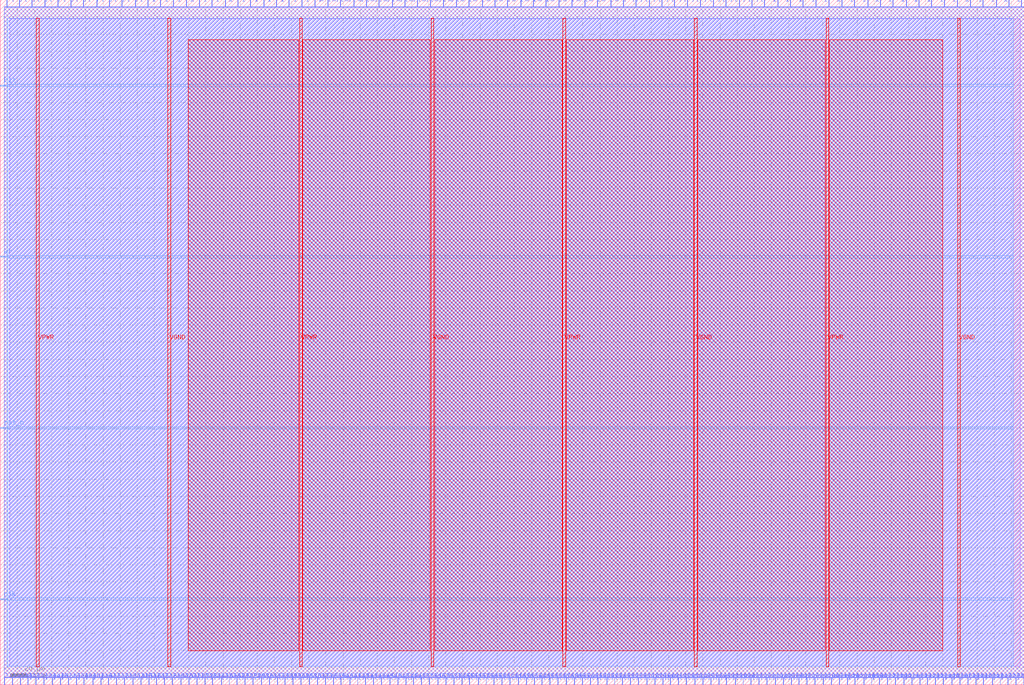
<source format=lef>
VERSION 5.7 ;
  NOWIREEXTENSIONATPIN ON ;
  DIVIDERCHAR "/" ;
  BUSBITCHARS "[]" ;
MACRO DMC_32x16HC
  CLASS BLOCK ;
  FOREIGN DMC_32x16HC ;
  ORIGIN 0.000 0.000 ;
  SIZE 597.470 BY 400.000 ;
  PIN A[0]
    DIRECTION INPUT ;
    USE SIGNAL ;
    PORT
      LAYER met2 ;
        RECT 3.770 396.000 4.050 400.000 ;
    END
  END A[0]
  PIN A[10]
    DIRECTION INPUT ;
    USE SIGNAL ;
    PORT
      LAYER met2 ;
        RECT 78.750 396.000 79.030 400.000 ;
    END
  END A[10]
  PIN A[11]
    DIRECTION INPUT ;
    USE SIGNAL ;
    PORT
      LAYER met2 ;
        RECT 86.110 396.000 86.390 400.000 ;
    END
  END A[11]
  PIN A[12]
    DIRECTION INPUT ;
    USE SIGNAL ;
    PORT
      LAYER met2 ;
        RECT 93.470 396.000 93.750 400.000 ;
    END
  END A[12]
  PIN A[13]
    DIRECTION INPUT ;
    USE SIGNAL ;
    PORT
      LAYER met2 ;
        RECT 100.830 396.000 101.110 400.000 ;
    END
  END A[13]
  PIN A[14]
    DIRECTION INPUT ;
    USE SIGNAL ;
    PORT
      LAYER met2 ;
        RECT 108.650 396.000 108.930 400.000 ;
    END
  END A[14]
  PIN A[15]
    DIRECTION INPUT ;
    USE SIGNAL ;
    PORT
      LAYER met2 ;
        RECT 116.010 396.000 116.290 400.000 ;
    END
  END A[15]
  PIN A[16]
    DIRECTION INPUT ;
    USE SIGNAL ;
    PORT
      LAYER met2 ;
        RECT 123.370 396.000 123.650 400.000 ;
    END
  END A[16]
  PIN A[17]
    DIRECTION INPUT ;
    USE SIGNAL ;
    PORT
      LAYER met2 ;
        RECT 131.190 396.000 131.470 400.000 ;
    END
  END A[17]
  PIN A[18]
    DIRECTION INPUT ;
    USE SIGNAL ;
    PORT
      LAYER met2 ;
        RECT 138.550 396.000 138.830 400.000 ;
    END
  END A[18]
  PIN A[19]
    DIRECTION INPUT ;
    USE SIGNAL ;
    PORT
      LAYER met2 ;
        RECT 145.910 396.000 146.190 400.000 ;
    END
  END A[19]
  PIN A[1]
    DIRECTION INPUT ;
    USE SIGNAL ;
    PORT
      LAYER met2 ;
        RECT 11.130 396.000 11.410 400.000 ;
    END
  END A[1]
  PIN A[20]
    DIRECTION INPUT ;
    USE SIGNAL ;
    PORT
      LAYER met2 ;
        RECT 153.730 396.000 154.010 400.000 ;
    END
  END A[20]
  PIN A[21]
    DIRECTION INPUT ;
    USE SIGNAL ;
    PORT
      LAYER met2 ;
        RECT 161.090 396.000 161.370 400.000 ;
    END
  END A[21]
  PIN A[22]
    DIRECTION INPUT ;
    USE SIGNAL ;
    PORT
      LAYER met2 ;
        RECT 168.450 396.000 168.730 400.000 ;
    END
  END A[22]
  PIN A[23]
    DIRECTION INPUT ;
    USE SIGNAL ;
    PORT
      LAYER met2 ;
        RECT 175.810 396.000 176.090 400.000 ;
    END
  END A[23]
  PIN A[2]
    DIRECTION INPUT ;
    USE SIGNAL ;
    PORT
      LAYER met2 ;
        RECT 18.490 396.000 18.770 400.000 ;
    END
  END A[2]
  PIN A[3]
    DIRECTION INPUT ;
    USE SIGNAL ;
    PORT
      LAYER met2 ;
        RECT 25.850 396.000 26.130 400.000 ;
    END
  END A[3]
  PIN A[4]
    DIRECTION INPUT ;
    USE SIGNAL ;
    PORT
      LAYER met2 ;
        RECT 33.670 396.000 33.950 400.000 ;
    END
  END A[4]
  PIN A[5]
    DIRECTION INPUT ;
    USE SIGNAL ;
    PORT
      LAYER met2 ;
        RECT 41.030 396.000 41.310 400.000 ;
    END
  END A[5]
  PIN A[6]
    DIRECTION INPUT ;
    USE SIGNAL ;
    PORT
      LAYER met2 ;
        RECT 48.390 396.000 48.670 400.000 ;
    END
  END A[6]
  PIN A[7]
    DIRECTION INPUT ;
    USE SIGNAL ;
    PORT
      LAYER met2 ;
        RECT 56.210 396.000 56.490 400.000 ;
    END
  END A[7]
  PIN A[8]
    DIRECTION INPUT ;
    USE SIGNAL ;
    PORT
      LAYER met2 ;
        RECT 63.570 396.000 63.850 400.000 ;
    END
  END A[8]
  PIN A[9]
    DIRECTION INPUT ;
    USE SIGNAL ;
    PORT
      LAYER met2 ;
        RECT 70.930 396.000 71.210 400.000 ;
    END
  END A[9]
  PIN A_h[0]
    DIRECTION INPUT ;
    USE SIGNAL ;
    PORT
      LAYER met2 ;
        RECT 183.630 396.000 183.910 400.000 ;
    END
  END A_h[0]
  PIN A_h[10]
    DIRECTION INPUT ;
    USE SIGNAL ;
    PORT
      LAYER met2 ;
        RECT 258.610 396.000 258.890 400.000 ;
    END
  END A_h[10]
  PIN A_h[11]
    DIRECTION INPUT ;
    USE SIGNAL ;
    PORT
      LAYER met2 ;
        RECT 265.970 396.000 266.250 400.000 ;
    END
  END A_h[11]
  PIN A_h[12]
    DIRECTION INPUT ;
    USE SIGNAL ;
    PORT
      LAYER met2 ;
        RECT 273.330 396.000 273.610 400.000 ;
    END
  END A_h[12]
  PIN A_h[13]
    DIRECTION INPUT ;
    USE SIGNAL ;
    PORT
      LAYER met2 ;
        RECT 281.150 396.000 281.430 400.000 ;
    END
  END A_h[13]
  PIN A_h[14]
    DIRECTION INPUT ;
    USE SIGNAL ;
    PORT
      LAYER met2 ;
        RECT 288.510 396.000 288.790 400.000 ;
    END
  END A_h[14]
  PIN A_h[15]
    DIRECTION INPUT ;
    USE SIGNAL ;
    PORT
      LAYER met2 ;
        RECT 295.870 396.000 296.150 400.000 ;
    END
  END A_h[15]
  PIN A_h[16]
    DIRECTION INPUT ;
    USE SIGNAL ;
    PORT
      LAYER met2 ;
        RECT 303.690 396.000 303.970 400.000 ;
    END
  END A_h[16]
  PIN A_h[17]
    DIRECTION INPUT ;
    USE SIGNAL ;
    PORT
      LAYER met2 ;
        RECT 311.050 396.000 311.330 400.000 ;
    END
  END A_h[17]
  PIN A_h[18]
    DIRECTION INPUT ;
    USE SIGNAL ;
    PORT
      LAYER met2 ;
        RECT 318.410 396.000 318.690 400.000 ;
    END
  END A_h[18]
  PIN A_h[19]
    DIRECTION INPUT ;
    USE SIGNAL ;
    PORT
      LAYER met2 ;
        RECT 325.770 396.000 326.050 400.000 ;
    END
  END A_h[19]
  PIN A_h[1]
    DIRECTION INPUT ;
    USE SIGNAL ;
    PORT
      LAYER met2 ;
        RECT 190.990 396.000 191.270 400.000 ;
    END
  END A_h[1]
  PIN A_h[20]
    DIRECTION INPUT ;
    USE SIGNAL ;
    PORT
      LAYER met2 ;
        RECT 333.590 396.000 333.870 400.000 ;
    END
  END A_h[20]
  PIN A_h[21]
    DIRECTION INPUT ;
    USE SIGNAL ;
    PORT
      LAYER met2 ;
        RECT 340.950 396.000 341.230 400.000 ;
    END
  END A_h[21]
  PIN A_h[22]
    DIRECTION INPUT ;
    USE SIGNAL ;
    PORT
      LAYER met2 ;
        RECT 348.310 396.000 348.590 400.000 ;
    END
  END A_h[22]
  PIN A_h[23]
    DIRECTION INPUT ;
    USE SIGNAL ;
    PORT
      LAYER met2 ;
        RECT 356.130 396.000 356.410 400.000 ;
    END
  END A_h[23]
  PIN A_h[2]
    DIRECTION INPUT ;
    USE SIGNAL ;
    PORT
      LAYER met2 ;
        RECT 198.350 396.000 198.630 400.000 ;
    END
  END A_h[2]
  PIN A_h[3]
    DIRECTION INPUT ;
    USE SIGNAL ;
    PORT
      LAYER met2 ;
        RECT 206.170 396.000 206.450 400.000 ;
    END
  END A_h[3]
  PIN A_h[4]
    DIRECTION INPUT ;
    USE SIGNAL ;
    PORT
      LAYER met2 ;
        RECT 213.530 396.000 213.810 400.000 ;
    END
  END A_h[4]
  PIN A_h[5]
    DIRECTION INPUT ;
    USE SIGNAL ;
    PORT
      LAYER met2 ;
        RECT 220.890 396.000 221.170 400.000 ;
    END
  END A_h[5]
  PIN A_h[6]
    DIRECTION INPUT ;
    USE SIGNAL ;
    PORT
      LAYER met2 ;
        RECT 228.710 396.000 228.990 400.000 ;
    END
  END A_h[6]
  PIN A_h[7]
    DIRECTION INPUT ;
    USE SIGNAL ;
    PORT
      LAYER met2 ;
        RECT 236.070 396.000 236.350 400.000 ;
    END
  END A_h[7]
  PIN A_h[8]
    DIRECTION INPUT ;
    USE SIGNAL ;
    PORT
      LAYER met2 ;
        RECT 243.430 396.000 243.710 400.000 ;
    END
  END A_h[8]
  PIN A_h[9]
    DIRECTION INPUT ;
    USE SIGNAL ;
    PORT
      LAYER met2 ;
        RECT 250.790 396.000 251.070 400.000 ;
    END
  END A_h[9]
  PIN Do[0]
    DIRECTION OUTPUT TRISTATE ;
    USE SIGNAL ;
    PORT
      LAYER met2 ;
        RECT 363.490 396.000 363.770 400.000 ;
    END
  END Do[0]
  PIN Do[10]
    DIRECTION OUTPUT TRISTATE ;
    USE SIGNAL ;
    PORT
      LAYER met2 ;
        RECT 438.470 396.000 438.750 400.000 ;
    END
  END Do[10]
  PIN Do[11]
    DIRECTION OUTPUT TRISTATE ;
    USE SIGNAL ;
    PORT
      LAYER met2 ;
        RECT 445.830 396.000 446.110 400.000 ;
    END
  END Do[11]
  PIN Do[12]
    DIRECTION OUTPUT TRISTATE ;
    USE SIGNAL ;
    PORT
      LAYER met2 ;
        RECT 453.650 396.000 453.930 400.000 ;
    END
  END Do[12]
  PIN Do[13]
    DIRECTION OUTPUT TRISTATE ;
    USE SIGNAL ;
    PORT
      LAYER met2 ;
        RECT 461.010 396.000 461.290 400.000 ;
    END
  END Do[13]
  PIN Do[14]
    DIRECTION OUTPUT TRISTATE ;
    USE SIGNAL ;
    PORT
      LAYER met2 ;
        RECT 468.370 396.000 468.650 400.000 ;
    END
  END Do[14]
  PIN Do[15]
    DIRECTION OUTPUT TRISTATE ;
    USE SIGNAL ;
    PORT
      LAYER met2 ;
        RECT 475.730 396.000 476.010 400.000 ;
    END
  END Do[15]
  PIN Do[16]
    DIRECTION OUTPUT TRISTATE ;
    USE SIGNAL ;
    PORT
      LAYER met2 ;
        RECT 483.550 396.000 483.830 400.000 ;
    END
  END Do[16]
  PIN Do[17]
    DIRECTION OUTPUT TRISTATE ;
    USE SIGNAL ;
    PORT
      LAYER met2 ;
        RECT 490.910 396.000 491.190 400.000 ;
    END
  END Do[17]
  PIN Do[18]
    DIRECTION OUTPUT TRISTATE ;
    USE SIGNAL ;
    PORT
      LAYER met2 ;
        RECT 498.270 396.000 498.550 400.000 ;
    END
  END Do[18]
  PIN Do[19]
    DIRECTION OUTPUT TRISTATE ;
    USE SIGNAL ;
    PORT
      LAYER met2 ;
        RECT 506.090 396.000 506.370 400.000 ;
    END
  END Do[19]
  PIN Do[1]
    DIRECTION OUTPUT TRISTATE ;
    USE SIGNAL ;
    PORT
      LAYER met2 ;
        RECT 370.850 396.000 371.130 400.000 ;
    END
  END Do[1]
  PIN Do[20]
    DIRECTION OUTPUT TRISTATE ;
    USE SIGNAL ;
    PORT
      LAYER met2 ;
        RECT 513.450 396.000 513.730 400.000 ;
    END
  END Do[20]
  PIN Do[21]
    DIRECTION OUTPUT TRISTATE ;
    USE SIGNAL ;
    PORT
      LAYER met2 ;
        RECT 520.810 396.000 521.090 400.000 ;
    END
  END Do[21]
  PIN Do[22]
    DIRECTION OUTPUT TRISTATE ;
    USE SIGNAL ;
    PORT
      LAYER met2 ;
        RECT 528.630 396.000 528.910 400.000 ;
    END
  END Do[22]
  PIN Do[23]
    DIRECTION OUTPUT TRISTATE ;
    USE SIGNAL ;
    PORT
      LAYER met2 ;
        RECT 535.990 396.000 536.270 400.000 ;
    END
  END Do[23]
  PIN Do[24]
    DIRECTION OUTPUT TRISTATE ;
    USE SIGNAL ;
    PORT
      LAYER met2 ;
        RECT 543.350 396.000 543.630 400.000 ;
    END
  END Do[24]
  PIN Do[25]
    DIRECTION OUTPUT TRISTATE ;
    USE SIGNAL ;
    PORT
      LAYER met2 ;
        RECT 550.710 396.000 550.990 400.000 ;
    END
  END Do[25]
  PIN Do[26]
    DIRECTION OUTPUT TRISTATE ;
    USE SIGNAL ;
    PORT
      LAYER met2 ;
        RECT 558.530 396.000 558.810 400.000 ;
    END
  END Do[26]
  PIN Do[27]
    DIRECTION OUTPUT TRISTATE ;
    USE SIGNAL ;
    PORT
      LAYER met2 ;
        RECT 565.890 396.000 566.170 400.000 ;
    END
  END Do[27]
  PIN Do[28]
    DIRECTION OUTPUT TRISTATE ;
    USE SIGNAL ;
    PORT
      LAYER met2 ;
        RECT 573.250 396.000 573.530 400.000 ;
    END
  END Do[28]
  PIN Do[29]
    DIRECTION OUTPUT TRISTATE ;
    USE SIGNAL ;
    PORT
      LAYER met2 ;
        RECT 581.070 396.000 581.350 400.000 ;
    END
  END Do[29]
  PIN Do[2]
    DIRECTION OUTPUT TRISTATE ;
    USE SIGNAL ;
    PORT
      LAYER met2 ;
        RECT 378.670 396.000 378.950 400.000 ;
    END
  END Do[2]
  PIN Do[30]
    DIRECTION OUTPUT TRISTATE ;
    USE SIGNAL ;
    PORT
      LAYER met2 ;
        RECT 588.430 396.000 588.710 400.000 ;
    END
  END Do[30]
  PIN Do[31]
    DIRECTION OUTPUT TRISTATE ;
    USE SIGNAL ;
    PORT
      LAYER met2 ;
        RECT 595.790 396.000 596.070 400.000 ;
    END
  END Do[31]
  PIN Do[3]
    DIRECTION OUTPUT TRISTATE ;
    USE SIGNAL ;
    PORT
      LAYER met2 ;
        RECT 386.030 396.000 386.310 400.000 ;
    END
  END Do[3]
  PIN Do[4]
    DIRECTION OUTPUT TRISTATE ;
    USE SIGNAL ;
    PORT
      LAYER met2 ;
        RECT 393.390 396.000 393.670 400.000 ;
    END
  END Do[4]
  PIN Do[5]
    DIRECTION OUTPUT TRISTATE ;
    USE SIGNAL ;
    PORT
      LAYER met2 ;
        RECT 400.750 396.000 401.030 400.000 ;
    END
  END Do[5]
  PIN Do[6]
    DIRECTION OUTPUT TRISTATE ;
    USE SIGNAL ;
    PORT
      LAYER met2 ;
        RECT 408.570 396.000 408.850 400.000 ;
    END
  END Do[6]
  PIN Do[7]
    DIRECTION OUTPUT TRISTATE ;
    USE SIGNAL ;
    PORT
      LAYER met2 ;
        RECT 415.930 396.000 416.210 400.000 ;
    END
  END Do[7]
  PIN Do[8]
    DIRECTION OUTPUT TRISTATE ;
    USE SIGNAL ;
    PORT
      LAYER met2 ;
        RECT 423.290 396.000 423.570 400.000 ;
    END
  END Do[8]
  PIN Do[9]
    DIRECTION OUTPUT TRISTATE ;
    USE SIGNAL ;
    PORT
      LAYER met2 ;
        RECT 431.110 396.000 431.390 400.000 ;
    END
  END Do[9]
  PIN clk
    DIRECTION INPUT ;
    USE SIGNAL ;
    PORT
      LAYER met3 ;
        RECT 0.000 49.680 4.000 50.280 ;
    END
  END clk
  PIN hit
    DIRECTION OUTPUT TRISTATE ;
    USE SIGNAL ;
    PORT
      LAYER met3 ;
        RECT 0.000 349.560 4.000 350.160 ;
    END
  END hit
  PIN line[0]
    DIRECTION INPUT ;
    USE SIGNAL ;
    PORT
      LAYER met2 ;
        RECT 2.390 0.000 2.670 4.000 ;
    END
  END line[0]
  PIN line[100]
    DIRECTION INPUT ;
    USE SIGNAL ;
    PORT
      LAYER met2 ;
        RECT 470.670 0.000 470.950 4.000 ;
    END
  END line[100]
  PIN line[101]
    DIRECTION INPUT ;
    USE SIGNAL ;
    PORT
      LAYER met2 ;
        RECT 475.270 0.000 475.550 4.000 ;
    END
  END line[101]
  PIN line[102]
    DIRECTION INPUT ;
    USE SIGNAL ;
    PORT
      LAYER met2 ;
        RECT 480.330 0.000 480.610 4.000 ;
    END
  END line[102]
  PIN line[103]
    DIRECTION INPUT ;
    USE SIGNAL ;
    PORT
      LAYER met2 ;
        RECT 484.930 0.000 485.210 4.000 ;
    END
  END line[103]
  PIN line[104]
    DIRECTION INPUT ;
    USE SIGNAL ;
    PORT
      LAYER met2 ;
        RECT 489.530 0.000 489.810 4.000 ;
    END
  END line[104]
  PIN line[105]
    DIRECTION INPUT ;
    USE SIGNAL ;
    PORT
      LAYER met2 ;
        RECT 494.130 0.000 494.410 4.000 ;
    END
  END line[105]
  PIN line[106]
    DIRECTION INPUT ;
    USE SIGNAL ;
    PORT
      LAYER met2 ;
        RECT 498.730 0.000 499.010 4.000 ;
    END
  END line[106]
  PIN line[107]
    DIRECTION INPUT ;
    USE SIGNAL ;
    PORT
      LAYER met2 ;
        RECT 503.790 0.000 504.070 4.000 ;
    END
  END line[107]
  PIN line[108]
    DIRECTION INPUT ;
    USE SIGNAL ;
    PORT
      LAYER met2 ;
        RECT 508.390 0.000 508.670 4.000 ;
    END
  END line[108]
  PIN line[109]
    DIRECTION INPUT ;
    USE SIGNAL ;
    PORT
      LAYER met2 ;
        RECT 512.990 0.000 513.270 4.000 ;
    END
  END line[109]
  PIN line[10]
    DIRECTION INPUT ;
    USE SIGNAL ;
    PORT
      LAYER met2 ;
        RECT 48.850 0.000 49.130 4.000 ;
    END
  END line[10]
  PIN line[110]
    DIRECTION INPUT ;
    USE SIGNAL ;
    PORT
      LAYER met2 ;
        RECT 517.590 0.000 517.870 4.000 ;
    END
  END line[110]
  PIN line[111]
    DIRECTION INPUT ;
    USE SIGNAL ;
    PORT
      LAYER met2 ;
        RECT 522.190 0.000 522.470 4.000 ;
    END
  END line[111]
  PIN line[112]
    DIRECTION INPUT ;
    USE SIGNAL ;
    PORT
      LAYER met2 ;
        RECT 527.250 0.000 527.530 4.000 ;
    END
  END line[112]
  PIN line[113]
    DIRECTION INPUT ;
    USE SIGNAL ;
    PORT
      LAYER met2 ;
        RECT 531.850 0.000 532.130 4.000 ;
    END
  END line[113]
  PIN line[114]
    DIRECTION INPUT ;
    USE SIGNAL ;
    PORT
      LAYER met2 ;
        RECT 536.450 0.000 536.730 4.000 ;
    END
  END line[114]
  PIN line[115]
    DIRECTION INPUT ;
    USE SIGNAL ;
    PORT
      LAYER met2 ;
        RECT 541.050 0.000 541.330 4.000 ;
    END
  END line[115]
  PIN line[116]
    DIRECTION INPUT ;
    USE SIGNAL ;
    PORT
      LAYER met2 ;
        RECT 545.650 0.000 545.930 4.000 ;
    END
  END line[116]
  PIN line[117]
    DIRECTION INPUT ;
    USE SIGNAL ;
    PORT
      LAYER met2 ;
        RECT 550.250 0.000 550.530 4.000 ;
    END
  END line[117]
  PIN line[118]
    DIRECTION INPUT ;
    USE SIGNAL ;
    PORT
      LAYER met2 ;
        RECT 555.310 0.000 555.590 4.000 ;
    END
  END line[118]
  PIN line[119]
    DIRECTION INPUT ;
    USE SIGNAL ;
    PORT
      LAYER met2 ;
        RECT 559.910 0.000 560.190 4.000 ;
    END
  END line[119]
  PIN line[11]
    DIRECTION INPUT ;
    USE SIGNAL ;
    PORT
      LAYER met2 ;
        RECT 53.910 0.000 54.190 4.000 ;
    END
  END line[11]
  PIN line[120]
    DIRECTION INPUT ;
    USE SIGNAL ;
    PORT
      LAYER met2 ;
        RECT 564.510 0.000 564.790 4.000 ;
    END
  END line[120]
  PIN line[121]
    DIRECTION INPUT ;
    USE SIGNAL ;
    PORT
      LAYER met2 ;
        RECT 569.110 0.000 569.390 4.000 ;
    END
  END line[121]
  PIN line[122]
    DIRECTION INPUT ;
    USE SIGNAL ;
    PORT
      LAYER met2 ;
        RECT 573.710 0.000 573.990 4.000 ;
    END
  END line[122]
  PIN line[123]
    DIRECTION INPUT ;
    USE SIGNAL ;
    PORT
      LAYER met2 ;
        RECT 578.770 0.000 579.050 4.000 ;
    END
  END line[123]
  PIN line[124]
    DIRECTION INPUT ;
    USE SIGNAL ;
    PORT
      LAYER met2 ;
        RECT 583.370 0.000 583.650 4.000 ;
    END
  END line[124]
  PIN line[125]
    DIRECTION INPUT ;
    USE SIGNAL ;
    PORT
      LAYER met2 ;
        RECT 587.970 0.000 588.250 4.000 ;
    END
  END line[125]
  PIN line[126]
    DIRECTION INPUT ;
    USE SIGNAL ;
    PORT
      LAYER met2 ;
        RECT 592.570 0.000 592.850 4.000 ;
    END
  END line[126]
  PIN line[127]
    DIRECTION INPUT ;
    USE SIGNAL ;
    PORT
      LAYER met2 ;
        RECT 597.170 0.000 597.450 4.000 ;
    END
  END line[127]
  PIN line[12]
    DIRECTION INPUT ;
    USE SIGNAL ;
    PORT
      LAYER met2 ;
        RECT 58.510 0.000 58.790 4.000 ;
    END
  END line[12]
  PIN line[13]
    DIRECTION INPUT ;
    USE SIGNAL ;
    PORT
      LAYER met2 ;
        RECT 63.110 0.000 63.390 4.000 ;
    END
  END line[13]
  PIN line[14]
    DIRECTION INPUT ;
    USE SIGNAL ;
    PORT
      LAYER met2 ;
        RECT 67.710 0.000 67.990 4.000 ;
    END
  END line[14]
  PIN line[15]
    DIRECTION INPUT ;
    USE SIGNAL ;
    PORT
      LAYER met2 ;
        RECT 72.310 0.000 72.590 4.000 ;
    END
  END line[15]
  PIN line[16]
    DIRECTION INPUT ;
    USE SIGNAL ;
    PORT
      LAYER met2 ;
        RECT 77.370 0.000 77.650 4.000 ;
    END
  END line[16]
  PIN line[17]
    DIRECTION INPUT ;
    USE SIGNAL ;
    PORT
      LAYER met2 ;
        RECT 81.970 0.000 82.250 4.000 ;
    END
  END line[17]
  PIN line[18]
    DIRECTION INPUT ;
    USE SIGNAL ;
    PORT
      LAYER met2 ;
        RECT 86.570 0.000 86.850 4.000 ;
    END
  END line[18]
  PIN line[19]
    DIRECTION INPUT ;
    USE SIGNAL ;
    PORT
      LAYER met2 ;
        RECT 91.170 0.000 91.450 4.000 ;
    END
  END line[19]
  PIN line[1]
    DIRECTION INPUT ;
    USE SIGNAL ;
    PORT
      LAYER met2 ;
        RECT 6.990 0.000 7.270 4.000 ;
    END
  END line[1]
  PIN line[20]
    DIRECTION INPUT ;
    USE SIGNAL ;
    PORT
      LAYER met2 ;
        RECT 95.770 0.000 96.050 4.000 ;
    END
  END line[20]
  PIN line[21]
    DIRECTION INPUT ;
    USE SIGNAL ;
    PORT
      LAYER met2 ;
        RECT 100.370 0.000 100.650 4.000 ;
    END
  END line[21]
  PIN line[22]
    DIRECTION INPUT ;
    USE SIGNAL ;
    PORT
      LAYER met2 ;
        RECT 105.430 0.000 105.710 4.000 ;
    END
  END line[22]
  PIN line[23]
    DIRECTION INPUT ;
    USE SIGNAL ;
    PORT
      LAYER met2 ;
        RECT 110.030 0.000 110.310 4.000 ;
    END
  END line[23]
  PIN line[24]
    DIRECTION INPUT ;
    USE SIGNAL ;
    PORT
      LAYER met2 ;
        RECT 114.630 0.000 114.910 4.000 ;
    END
  END line[24]
  PIN line[25]
    DIRECTION INPUT ;
    USE SIGNAL ;
    PORT
      LAYER met2 ;
        RECT 119.230 0.000 119.510 4.000 ;
    END
  END line[25]
  PIN line[26]
    DIRECTION INPUT ;
    USE SIGNAL ;
    PORT
      LAYER met2 ;
        RECT 123.830 0.000 124.110 4.000 ;
    END
  END line[26]
  PIN line[27]
    DIRECTION INPUT ;
    USE SIGNAL ;
    PORT
      LAYER met2 ;
        RECT 128.890 0.000 129.170 4.000 ;
    END
  END line[27]
  PIN line[28]
    DIRECTION INPUT ;
    USE SIGNAL ;
    PORT
      LAYER met2 ;
        RECT 133.490 0.000 133.770 4.000 ;
    END
  END line[28]
  PIN line[29]
    DIRECTION INPUT ;
    USE SIGNAL ;
    PORT
      LAYER met2 ;
        RECT 138.090 0.000 138.370 4.000 ;
    END
  END line[29]
  PIN line[2]
    DIRECTION INPUT ;
    USE SIGNAL ;
    PORT
      LAYER met2 ;
        RECT 11.590 0.000 11.870 4.000 ;
    END
  END line[2]
  PIN line[30]
    DIRECTION INPUT ;
    USE SIGNAL ;
    PORT
      LAYER met2 ;
        RECT 142.690 0.000 142.970 4.000 ;
    END
  END line[30]
  PIN line[31]
    DIRECTION INPUT ;
    USE SIGNAL ;
    PORT
      LAYER met2 ;
        RECT 147.290 0.000 147.570 4.000 ;
    END
  END line[31]
  PIN line[32]
    DIRECTION INPUT ;
    USE SIGNAL ;
    PORT
      LAYER met2 ;
        RECT 152.350 0.000 152.630 4.000 ;
    END
  END line[32]
  PIN line[33]
    DIRECTION INPUT ;
    USE SIGNAL ;
    PORT
      LAYER met2 ;
        RECT 156.950 0.000 157.230 4.000 ;
    END
  END line[33]
  PIN line[34]
    DIRECTION INPUT ;
    USE SIGNAL ;
    PORT
      LAYER met2 ;
        RECT 161.550 0.000 161.830 4.000 ;
    END
  END line[34]
  PIN line[35]
    DIRECTION INPUT ;
    USE SIGNAL ;
    PORT
      LAYER met2 ;
        RECT 166.150 0.000 166.430 4.000 ;
    END
  END line[35]
  PIN line[36]
    DIRECTION INPUT ;
    USE SIGNAL ;
    PORT
      LAYER met2 ;
        RECT 170.750 0.000 171.030 4.000 ;
    END
  END line[36]
  PIN line[37]
    DIRECTION INPUT ;
    USE SIGNAL ;
    PORT
      LAYER met2 ;
        RECT 175.350 0.000 175.630 4.000 ;
    END
  END line[37]
  PIN line[38]
    DIRECTION INPUT ;
    USE SIGNAL ;
    PORT
      LAYER met2 ;
        RECT 180.410 0.000 180.690 4.000 ;
    END
  END line[38]
  PIN line[39]
    DIRECTION INPUT ;
    USE SIGNAL ;
    PORT
      LAYER met2 ;
        RECT 185.010 0.000 185.290 4.000 ;
    END
  END line[39]
  PIN line[3]
    DIRECTION INPUT ;
    USE SIGNAL ;
    PORT
      LAYER met2 ;
        RECT 16.190 0.000 16.470 4.000 ;
    END
  END line[3]
  PIN line[40]
    DIRECTION INPUT ;
    USE SIGNAL ;
    PORT
      LAYER met2 ;
        RECT 189.610 0.000 189.890 4.000 ;
    END
  END line[40]
  PIN line[41]
    DIRECTION INPUT ;
    USE SIGNAL ;
    PORT
      LAYER met2 ;
        RECT 194.210 0.000 194.490 4.000 ;
    END
  END line[41]
  PIN line[42]
    DIRECTION INPUT ;
    USE SIGNAL ;
    PORT
      LAYER met2 ;
        RECT 198.810 0.000 199.090 4.000 ;
    END
  END line[42]
  PIN line[43]
    DIRECTION INPUT ;
    USE SIGNAL ;
    PORT
      LAYER met2 ;
        RECT 203.870 0.000 204.150 4.000 ;
    END
  END line[43]
  PIN line[44]
    DIRECTION INPUT ;
    USE SIGNAL ;
    PORT
      LAYER met2 ;
        RECT 208.470 0.000 208.750 4.000 ;
    END
  END line[44]
  PIN line[45]
    DIRECTION INPUT ;
    USE SIGNAL ;
    PORT
      LAYER met2 ;
        RECT 213.070 0.000 213.350 4.000 ;
    END
  END line[45]
  PIN line[46]
    DIRECTION INPUT ;
    USE SIGNAL ;
    PORT
      LAYER met2 ;
        RECT 217.670 0.000 217.950 4.000 ;
    END
  END line[46]
  PIN line[47]
    DIRECTION INPUT ;
    USE SIGNAL ;
    PORT
      LAYER met2 ;
        RECT 222.270 0.000 222.550 4.000 ;
    END
  END line[47]
  PIN line[48]
    DIRECTION INPUT ;
    USE SIGNAL ;
    PORT
      LAYER met2 ;
        RECT 227.330 0.000 227.610 4.000 ;
    END
  END line[48]
  PIN line[49]
    DIRECTION INPUT ;
    USE SIGNAL ;
    PORT
      LAYER met2 ;
        RECT 231.930 0.000 232.210 4.000 ;
    END
  END line[49]
  PIN line[4]
    DIRECTION INPUT ;
    USE SIGNAL ;
    PORT
      LAYER met2 ;
        RECT 20.790 0.000 21.070 4.000 ;
    END
  END line[4]
  PIN line[50]
    DIRECTION INPUT ;
    USE SIGNAL ;
    PORT
      LAYER met2 ;
        RECT 236.530 0.000 236.810 4.000 ;
    END
  END line[50]
  PIN line[51]
    DIRECTION INPUT ;
    USE SIGNAL ;
    PORT
      LAYER met2 ;
        RECT 241.130 0.000 241.410 4.000 ;
    END
  END line[51]
  PIN line[52]
    DIRECTION INPUT ;
    USE SIGNAL ;
    PORT
      LAYER met2 ;
        RECT 245.730 0.000 246.010 4.000 ;
    END
  END line[52]
  PIN line[53]
    DIRECTION INPUT ;
    USE SIGNAL ;
    PORT
      LAYER met2 ;
        RECT 250.330 0.000 250.610 4.000 ;
    END
  END line[53]
  PIN line[54]
    DIRECTION INPUT ;
    USE SIGNAL ;
    PORT
      LAYER met2 ;
        RECT 255.390 0.000 255.670 4.000 ;
    END
  END line[54]
  PIN line[55]
    DIRECTION INPUT ;
    USE SIGNAL ;
    PORT
      LAYER met2 ;
        RECT 259.990 0.000 260.270 4.000 ;
    END
  END line[55]
  PIN line[56]
    DIRECTION INPUT ;
    USE SIGNAL ;
    PORT
      LAYER met2 ;
        RECT 264.590 0.000 264.870 4.000 ;
    END
  END line[56]
  PIN line[57]
    DIRECTION INPUT ;
    USE SIGNAL ;
    PORT
      LAYER met2 ;
        RECT 269.190 0.000 269.470 4.000 ;
    END
  END line[57]
  PIN line[58]
    DIRECTION INPUT ;
    USE SIGNAL ;
    PORT
      LAYER met2 ;
        RECT 273.790 0.000 274.070 4.000 ;
    END
  END line[58]
  PIN line[59]
    DIRECTION INPUT ;
    USE SIGNAL ;
    PORT
      LAYER met2 ;
        RECT 278.850 0.000 279.130 4.000 ;
    END
  END line[59]
  PIN line[5]
    DIRECTION INPUT ;
    USE SIGNAL ;
    PORT
      LAYER met2 ;
        RECT 25.390 0.000 25.670 4.000 ;
    END
  END line[5]
  PIN line[60]
    DIRECTION INPUT ;
    USE SIGNAL ;
    PORT
      LAYER met2 ;
        RECT 283.450 0.000 283.730 4.000 ;
    END
  END line[60]
  PIN line[61]
    DIRECTION INPUT ;
    USE SIGNAL ;
    PORT
      LAYER met2 ;
        RECT 288.050 0.000 288.330 4.000 ;
    END
  END line[61]
  PIN line[62]
    DIRECTION INPUT ;
    USE SIGNAL ;
    PORT
      LAYER met2 ;
        RECT 292.650 0.000 292.930 4.000 ;
    END
  END line[62]
  PIN line[63]
    DIRECTION INPUT ;
    USE SIGNAL ;
    PORT
      LAYER met2 ;
        RECT 297.250 0.000 297.530 4.000 ;
    END
  END line[63]
  PIN line[64]
    DIRECTION INPUT ;
    USE SIGNAL ;
    PORT
      LAYER met2 ;
        RECT 302.310 0.000 302.590 4.000 ;
    END
  END line[64]
  PIN line[65]
    DIRECTION INPUT ;
    USE SIGNAL ;
    PORT
      LAYER met2 ;
        RECT 306.910 0.000 307.190 4.000 ;
    END
  END line[65]
  PIN line[66]
    DIRECTION INPUT ;
    USE SIGNAL ;
    PORT
      LAYER met2 ;
        RECT 311.510 0.000 311.790 4.000 ;
    END
  END line[66]
  PIN line[67]
    DIRECTION INPUT ;
    USE SIGNAL ;
    PORT
      LAYER met2 ;
        RECT 316.110 0.000 316.390 4.000 ;
    END
  END line[67]
  PIN line[68]
    DIRECTION INPUT ;
    USE SIGNAL ;
    PORT
      LAYER met2 ;
        RECT 320.710 0.000 320.990 4.000 ;
    END
  END line[68]
  PIN line[69]
    DIRECTION INPUT ;
    USE SIGNAL ;
    PORT
      LAYER met2 ;
        RECT 325.310 0.000 325.590 4.000 ;
    END
  END line[69]
  PIN line[6]
    DIRECTION INPUT ;
    USE SIGNAL ;
    PORT
      LAYER met2 ;
        RECT 30.450 0.000 30.730 4.000 ;
    END
  END line[6]
  PIN line[70]
    DIRECTION INPUT ;
    USE SIGNAL ;
    PORT
      LAYER met2 ;
        RECT 330.370 0.000 330.650 4.000 ;
    END
  END line[70]
  PIN line[71]
    DIRECTION INPUT ;
    USE SIGNAL ;
    PORT
      LAYER met2 ;
        RECT 334.970 0.000 335.250 4.000 ;
    END
  END line[71]
  PIN line[72]
    DIRECTION INPUT ;
    USE SIGNAL ;
    PORT
      LAYER met2 ;
        RECT 339.570 0.000 339.850 4.000 ;
    END
  END line[72]
  PIN line[73]
    DIRECTION INPUT ;
    USE SIGNAL ;
    PORT
      LAYER met2 ;
        RECT 344.170 0.000 344.450 4.000 ;
    END
  END line[73]
  PIN line[74]
    DIRECTION INPUT ;
    USE SIGNAL ;
    PORT
      LAYER met2 ;
        RECT 348.770 0.000 349.050 4.000 ;
    END
  END line[74]
  PIN line[75]
    DIRECTION INPUT ;
    USE SIGNAL ;
    PORT
      LAYER met2 ;
        RECT 353.830 0.000 354.110 4.000 ;
    END
  END line[75]
  PIN line[76]
    DIRECTION INPUT ;
    USE SIGNAL ;
    PORT
      LAYER met2 ;
        RECT 358.430 0.000 358.710 4.000 ;
    END
  END line[76]
  PIN line[77]
    DIRECTION INPUT ;
    USE SIGNAL ;
    PORT
      LAYER met2 ;
        RECT 363.030 0.000 363.310 4.000 ;
    END
  END line[77]
  PIN line[78]
    DIRECTION INPUT ;
    USE SIGNAL ;
    PORT
      LAYER met2 ;
        RECT 367.630 0.000 367.910 4.000 ;
    END
  END line[78]
  PIN line[79]
    DIRECTION INPUT ;
    USE SIGNAL ;
    PORT
      LAYER met2 ;
        RECT 372.230 0.000 372.510 4.000 ;
    END
  END line[79]
  PIN line[7]
    DIRECTION INPUT ;
    USE SIGNAL ;
    PORT
      LAYER met2 ;
        RECT 35.050 0.000 35.330 4.000 ;
    END
  END line[7]
  PIN line[80]
    DIRECTION INPUT ;
    USE SIGNAL ;
    PORT
      LAYER met2 ;
        RECT 377.290 0.000 377.570 4.000 ;
    END
  END line[80]
  PIN line[81]
    DIRECTION INPUT ;
    USE SIGNAL ;
    PORT
      LAYER met2 ;
        RECT 381.890 0.000 382.170 4.000 ;
    END
  END line[81]
  PIN line[82]
    DIRECTION INPUT ;
    USE SIGNAL ;
    PORT
      LAYER met2 ;
        RECT 386.490 0.000 386.770 4.000 ;
    END
  END line[82]
  PIN line[83]
    DIRECTION INPUT ;
    USE SIGNAL ;
    PORT
      LAYER met2 ;
        RECT 391.090 0.000 391.370 4.000 ;
    END
  END line[83]
  PIN line[84]
    DIRECTION INPUT ;
    USE SIGNAL ;
    PORT
      LAYER met2 ;
        RECT 395.690 0.000 395.970 4.000 ;
    END
  END line[84]
  PIN line[85]
    DIRECTION INPUT ;
    USE SIGNAL ;
    PORT
      LAYER met2 ;
        RECT 400.290 0.000 400.570 4.000 ;
    END
  END line[85]
  PIN line[86]
    DIRECTION INPUT ;
    USE SIGNAL ;
    PORT
      LAYER met2 ;
        RECT 405.350 0.000 405.630 4.000 ;
    END
  END line[86]
  PIN line[87]
    DIRECTION INPUT ;
    USE SIGNAL ;
    PORT
      LAYER met2 ;
        RECT 409.950 0.000 410.230 4.000 ;
    END
  END line[87]
  PIN line[88]
    DIRECTION INPUT ;
    USE SIGNAL ;
    PORT
      LAYER met2 ;
        RECT 414.550 0.000 414.830 4.000 ;
    END
  END line[88]
  PIN line[89]
    DIRECTION INPUT ;
    USE SIGNAL ;
    PORT
      LAYER met2 ;
        RECT 419.150 0.000 419.430 4.000 ;
    END
  END line[89]
  PIN line[8]
    DIRECTION INPUT ;
    USE SIGNAL ;
    PORT
      LAYER met2 ;
        RECT 39.650 0.000 39.930 4.000 ;
    END
  END line[8]
  PIN line[90]
    DIRECTION INPUT ;
    USE SIGNAL ;
    PORT
      LAYER met2 ;
        RECT 423.750 0.000 424.030 4.000 ;
    END
  END line[90]
  PIN line[91]
    DIRECTION INPUT ;
    USE SIGNAL ;
    PORT
      LAYER met2 ;
        RECT 428.810 0.000 429.090 4.000 ;
    END
  END line[91]
  PIN line[92]
    DIRECTION INPUT ;
    USE SIGNAL ;
    PORT
      LAYER met2 ;
        RECT 433.410 0.000 433.690 4.000 ;
    END
  END line[92]
  PIN line[93]
    DIRECTION INPUT ;
    USE SIGNAL ;
    PORT
      LAYER met2 ;
        RECT 438.010 0.000 438.290 4.000 ;
    END
  END line[93]
  PIN line[94]
    DIRECTION INPUT ;
    USE SIGNAL ;
    PORT
      LAYER met2 ;
        RECT 442.610 0.000 442.890 4.000 ;
    END
  END line[94]
  PIN line[95]
    DIRECTION INPUT ;
    USE SIGNAL ;
    PORT
      LAYER met2 ;
        RECT 447.210 0.000 447.490 4.000 ;
    END
  END line[95]
  PIN line[96]
    DIRECTION INPUT ;
    USE SIGNAL ;
    PORT
      LAYER met2 ;
        RECT 452.270 0.000 452.550 4.000 ;
    END
  END line[96]
  PIN line[97]
    DIRECTION INPUT ;
    USE SIGNAL ;
    PORT
      LAYER met2 ;
        RECT 456.870 0.000 457.150 4.000 ;
    END
  END line[97]
  PIN line[98]
    DIRECTION INPUT ;
    USE SIGNAL ;
    PORT
      LAYER met2 ;
        RECT 461.470 0.000 461.750 4.000 ;
    END
  END line[98]
  PIN line[99]
    DIRECTION INPUT ;
    USE SIGNAL ;
    PORT
      LAYER met2 ;
        RECT 466.070 0.000 466.350 4.000 ;
    END
  END line[99]
  PIN line[9]
    DIRECTION INPUT ;
    USE SIGNAL ;
    PORT
      LAYER met2 ;
        RECT 44.250 0.000 44.530 4.000 ;
    END
  END line[9]
  PIN rst_n
    DIRECTION INPUT ;
    USE SIGNAL ;
    PORT
      LAYER met3 ;
        RECT 0.000 149.640 4.000 150.240 ;
    END
  END rst_n
  PIN wr
    DIRECTION INPUT ;
    USE SIGNAL ;
    PORT
      LAYER met3 ;
        RECT 0.000 249.600 4.000 250.200 ;
    END
  END wr
  PIN VPWR
    DIRECTION INOUT ;
    USE POWER ;
    PORT
      LAYER met4 ;
        RECT 481.840 10.640 483.440 389.200 ;
    END
  END VPWR
  PIN VPWR
    DIRECTION INOUT ;
    USE POWER ;
    PORT
      LAYER met4 ;
        RECT 328.240 10.640 329.840 389.200 ;
    END
  END VPWR
  PIN VPWR
    DIRECTION INOUT ;
    USE POWER ;
    PORT
      LAYER met4 ;
        RECT 174.640 10.640 176.240 389.200 ;
    END
  END VPWR
  PIN VPWR
    DIRECTION INOUT ;
    USE POWER ;
    PORT
      LAYER met4 ;
        RECT 21.040 10.640 22.640 389.200 ;
    END
  END VPWR
  PIN VGND
    DIRECTION INOUT ;
    USE GROUND ;
    PORT
      LAYER met4 ;
        RECT 558.640 10.640 560.240 389.200 ;
    END
  END VGND
  PIN VGND
    DIRECTION INOUT ;
    USE GROUND ;
    PORT
      LAYER met4 ;
        RECT 405.040 10.640 406.640 389.200 ;
    END
  END VGND
  PIN VGND
    DIRECTION INOUT ;
    USE GROUND ;
    PORT
      LAYER met4 ;
        RECT 251.440 10.640 253.040 389.200 ;
    END
  END VGND
  PIN VGND
    DIRECTION INOUT ;
    USE GROUND ;
    PORT
      LAYER met4 ;
        RECT 97.840 10.640 99.440 389.200 ;
    END
  END VGND
  OBS
      LAYER li1 ;
        RECT 5.520 10.795 595.095 389.045 ;
      LAYER met1 ;
        RECT 2.370 4.460 597.470 395.720 ;
      LAYER met2 ;
        RECT 2.400 395.720 3.490 396.000 ;
        RECT 4.330 395.720 10.850 396.000 ;
        RECT 11.690 395.720 18.210 396.000 ;
        RECT 19.050 395.720 25.570 396.000 ;
        RECT 26.410 395.720 33.390 396.000 ;
        RECT 34.230 395.720 40.750 396.000 ;
        RECT 41.590 395.720 48.110 396.000 ;
        RECT 48.950 395.720 55.930 396.000 ;
        RECT 56.770 395.720 63.290 396.000 ;
        RECT 64.130 395.720 70.650 396.000 ;
        RECT 71.490 395.720 78.470 396.000 ;
        RECT 79.310 395.720 85.830 396.000 ;
        RECT 86.670 395.720 93.190 396.000 ;
        RECT 94.030 395.720 100.550 396.000 ;
        RECT 101.390 395.720 108.370 396.000 ;
        RECT 109.210 395.720 115.730 396.000 ;
        RECT 116.570 395.720 123.090 396.000 ;
        RECT 123.930 395.720 130.910 396.000 ;
        RECT 131.750 395.720 138.270 396.000 ;
        RECT 139.110 395.720 145.630 396.000 ;
        RECT 146.470 395.720 153.450 396.000 ;
        RECT 154.290 395.720 160.810 396.000 ;
        RECT 161.650 395.720 168.170 396.000 ;
        RECT 169.010 395.720 175.530 396.000 ;
        RECT 176.370 395.720 183.350 396.000 ;
        RECT 184.190 395.720 190.710 396.000 ;
        RECT 191.550 395.720 198.070 396.000 ;
        RECT 198.910 395.720 205.890 396.000 ;
        RECT 206.730 395.720 213.250 396.000 ;
        RECT 214.090 395.720 220.610 396.000 ;
        RECT 221.450 395.720 228.430 396.000 ;
        RECT 229.270 395.720 235.790 396.000 ;
        RECT 236.630 395.720 243.150 396.000 ;
        RECT 243.990 395.720 250.510 396.000 ;
        RECT 251.350 395.720 258.330 396.000 ;
        RECT 259.170 395.720 265.690 396.000 ;
        RECT 266.530 395.720 273.050 396.000 ;
        RECT 273.890 395.720 280.870 396.000 ;
        RECT 281.710 395.720 288.230 396.000 ;
        RECT 289.070 395.720 295.590 396.000 ;
        RECT 296.430 395.720 303.410 396.000 ;
        RECT 304.250 395.720 310.770 396.000 ;
        RECT 311.610 395.720 318.130 396.000 ;
        RECT 318.970 395.720 325.490 396.000 ;
        RECT 326.330 395.720 333.310 396.000 ;
        RECT 334.150 395.720 340.670 396.000 ;
        RECT 341.510 395.720 348.030 396.000 ;
        RECT 348.870 395.720 355.850 396.000 ;
        RECT 356.690 395.720 363.210 396.000 ;
        RECT 364.050 395.720 370.570 396.000 ;
        RECT 371.410 395.720 378.390 396.000 ;
        RECT 379.230 395.720 385.750 396.000 ;
        RECT 386.590 395.720 393.110 396.000 ;
        RECT 393.950 395.720 400.470 396.000 ;
        RECT 401.310 395.720 408.290 396.000 ;
        RECT 409.130 395.720 415.650 396.000 ;
        RECT 416.490 395.720 423.010 396.000 ;
        RECT 423.850 395.720 430.830 396.000 ;
        RECT 431.670 395.720 438.190 396.000 ;
        RECT 439.030 395.720 445.550 396.000 ;
        RECT 446.390 395.720 453.370 396.000 ;
        RECT 454.210 395.720 460.730 396.000 ;
        RECT 461.570 395.720 468.090 396.000 ;
        RECT 468.930 395.720 475.450 396.000 ;
        RECT 476.290 395.720 483.270 396.000 ;
        RECT 484.110 395.720 490.630 396.000 ;
        RECT 491.470 395.720 497.990 396.000 ;
        RECT 498.830 395.720 505.810 396.000 ;
        RECT 506.650 395.720 513.170 396.000 ;
        RECT 514.010 395.720 520.530 396.000 ;
        RECT 521.370 395.720 528.350 396.000 ;
        RECT 529.190 395.720 535.710 396.000 ;
        RECT 536.550 395.720 543.070 396.000 ;
        RECT 543.910 395.720 550.430 396.000 ;
        RECT 551.270 395.720 558.250 396.000 ;
        RECT 559.090 395.720 565.610 396.000 ;
        RECT 566.450 395.720 572.970 396.000 ;
        RECT 573.810 395.720 580.790 396.000 ;
        RECT 581.630 395.720 588.150 396.000 ;
        RECT 588.990 395.720 595.510 396.000 ;
        RECT 596.350 395.720 597.440 396.000 ;
        RECT 2.400 4.280 597.440 395.720 ;
        RECT 2.950 4.000 6.710 4.280 ;
        RECT 7.550 4.000 11.310 4.280 ;
        RECT 12.150 4.000 15.910 4.280 ;
        RECT 16.750 4.000 20.510 4.280 ;
        RECT 21.350 4.000 25.110 4.280 ;
        RECT 25.950 4.000 30.170 4.280 ;
        RECT 31.010 4.000 34.770 4.280 ;
        RECT 35.610 4.000 39.370 4.280 ;
        RECT 40.210 4.000 43.970 4.280 ;
        RECT 44.810 4.000 48.570 4.280 ;
        RECT 49.410 4.000 53.630 4.280 ;
        RECT 54.470 4.000 58.230 4.280 ;
        RECT 59.070 4.000 62.830 4.280 ;
        RECT 63.670 4.000 67.430 4.280 ;
        RECT 68.270 4.000 72.030 4.280 ;
        RECT 72.870 4.000 77.090 4.280 ;
        RECT 77.930 4.000 81.690 4.280 ;
        RECT 82.530 4.000 86.290 4.280 ;
        RECT 87.130 4.000 90.890 4.280 ;
        RECT 91.730 4.000 95.490 4.280 ;
        RECT 96.330 4.000 100.090 4.280 ;
        RECT 100.930 4.000 105.150 4.280 ;
        RECT 105.990 4.000 109.750 4.280 ;
        RECT 110.590 4.000 114.350 4.280 ;
        RECT 115.190 4.000 118.950 4.280 ;
        RECT 119.790 4.000 123.550 4.280 ;
        RECT 124.390 4.000 128.610 4.280 ;
        RECT 129.450 4.000 133.210 4.280 ;
        RECT 134.050 4.000 137.810 4.280 ;
        RECT 138.650 4.000 142.410 4.280 ;
        RECT 143.250 4.000 147.010 4.280 ;
        RECT 147.850 4.000 152.070 4.280 ;
        RECT 152.910 4.000 156.670 4.280 ;
        RECT 157.510 4.000 161.270 4.280 ;
        RECT 162.110 4.000 165.870 4.280 ;
        RECT 166.710 4.000 170.470 4.280 ;
        RECT 171.310 4.000 175.070 4.280 ;
        RECT 175.910 4.000 180.130 4.280 ;
        RECT 180.970 4.000 184.730 4.280 ;
        RECT 185.570 4.000 189.330 4.280 ;
        RECT 190.170 4.000 193.930 4.280 ;
        RECT 194.770 4.000 198.530 4.280 ;
        RECT 199.370 4.000 203.590 4.280 ;
        RECT 204.430 4.000 208.190 4.280 ;
        RECT 209.030 4.000 212.790 4.280 ;
        RECT 213.630 4.000 217.390 4.280 ;
        RECT 218.230 4.000 221.990 4.280 ;
        RECT 222.830 4.000 227.050 4.280 ;
        RECT 227.890 4.000 231.650 4.280 ;
        RECT 232.490 4.000 236.250 4.280 ;
        RECT 237.090 4.000 240.850 4.280 ;
        RECT 241.690 4.000 245.450 4.280 ;
        RECT 246.290 4.000 250.050 4.280 ;
        RECT 250.890 4.000 255.110 4.280 ;
        RECT 255.950 4.000 259.710 4.280 ;
        RECT 260.550 4.000 264.310 4.280 ;
        RECT 265.150 4.000 268.910 4.280 ;
        RECT 269.750 4.000 273.510 4.280 ;
        RECT 274.350 4.000 278.570 4.280 ;
        RECT 279.410 4.000 283.170 4.280 ;
        RECT 284.010 4.000 287.770 4.280 ;
        RECT 288.610 4.000 292.370 4.280 ;
        RECT 293.210 4.000 296.970 4.280 ;
        RECT 297.810 4.000 302.030 4.280 ;
        RECT 302.870 4.000 306.630 4.280 ;
        RECT 307.470 4.000 311.230 4.280 ;
        RECT 312.070 4.000 315.830 4.280 ;
        RECT 316.670 4.000 320.430 4.280 ;
        RECT 321.270 4.000 325.030 4.280 ;
        RECT 325.870 4.000 330.090 4.280 ;
        RECT 330.930 4.000 334.690 4.280 ;
        RECT 335.530 4.000 339.290 4.280 ;
        RECT 340.130 4.000 343.890 4.280 ;
        RECT 344.730 4.000 348.490 4.280 ;
        RECT 349.330 4.000 353.550 4.280 ;
        RECT 354.390 4.000 358.150 4.280 ;
        RECT 358.990 4.000 362.750 4.280 ;
        RECT 363.590 4.000 367.350 4.280 ;
        RECT 368.190 4.000 371.950 4.280 ;
        RECT 372.790 4.000 377.010 4.280 ;
        RECT 377.850 4.000 381.610 4.280 ;
        RECT 382.450 4.000 386.210 4.280 ;
        RECT 387.050 4.000 390.810 4.280 ;
        RECT 391.650 4.000 395.410 4.280 ;
        RECT 396.250 4.000 400.010 4.280 ;
        RECT 400.850 4.000 405.070 4.280 ;
        RECT 405.910 4.000 409.670 4.280 ;
        RECT 410.510 4.000 414.270 4.280 ;
        RECT 415.110 4.000 418.870 4.280 ;
        RECT 419.710 4.000 423.470 4.280 ;
        RECT 424.310 4.000 428.530 4.280 ;
        RECT 429.370 4.000 433.130 4.280 ;
        RECT 433.970 4.000 437.730 4.280 ;
        RECT 438.570 4.000 442.330 4.280 ;
        RECT 443.170 4.000 446.930 4.280 ;
        RECT 447.770 4.000 451.990 4.280 ;
        RECT 452.830 4.000 456.590 4.280 ;
        RECT 457.430 4.000 461.190 4.280 ;
        RECT 462.030 4.000 465.790 4.280 ;
        RECT 466.630 4.000 470.390 4.280 ;
        RECT 471.230 4.000 474.990 4.280 ;
        RECT 475.830 4.000 480.050 4.280 ;
        RECT 480.890 4.000 484.650 4.280 ;
        RECT 485.490 4.000 489.250 4.280 ;
        RECT 490.090 4.000 493.850 4.280 ;
        RECT 494.690 4.000 498.450 4.280 ;
        RECT 499.290 4.000 503.510 4.280 ;
        RECT 504.350 4.000 508.110 4.280 ;
        RECT 508.950 4.000 512.710 4.280 ;
        RECT 513.550 4.000 517.310 4.280 ;
        RECT 518.150 4.000 521.910 4.280 ;
        RECT 522.750 4.000 526.970 4.280 ;
        RECT 527.810 4.000 531.570 4.280 ;
        RECT 532.410 4.000 536.170 4.280 ;
        RECT 537.010 4.000 540.770 4.280 ;
        RECT 541.610 4.000 545.370 4.280 ;
        RECT 546.210 4.000 549.970 4.280 ;
        RECT 550.810 4.000 555.030 4.280 ;
        RECT 555.870 4.000 559.630 4.280 ;
        RECT 560.470 4.000 564.230 4.280 ;
        RECT 565.070 4.000 568.830 4.280 ;
        RECT 569.670 4.000 573.430 4.280 ;
        RECT 574.270 4.000 578.490 4.280 ;
        RECT 579.330 4.000 583.090 4.280 ;
        RECT 583.930 4.000 587.690 4.280 ;
        RECT 588.530 4.000 592.290 4.280 ;
        RECT 593.130 4.000 596.890 4.280 ;
      LAYER met3 ;
        RECT 4.000 350.560 591.035 389.125 ;
        RECT 4.400 349.160 591.035 350.560 ;
        RECT 4.000 250.600 591.035 349.160 ;
        RECT 4.400 249.200 591.035 250.600 ;
        RECT 4.000 150.640 591.035 249.200 ;
        RECT 4.400 149.240 591.035 150.640 ;
        RECT 4.000 50.680 591.035 149.240 ;
        RECT 4.400 49.280 591.035 50.680 ;
        RECT 4.000 10.715 591.035 49.280 ;
      LAYER met4 ;
        RECT 109.775 19.895 174.240 376.545 ;
        RECT 176.640 19.895 251.040 376.545 ;
        RECT 253.440 19.895 327.840 376.545 ;
        RECT 330.240 19.895 404.640 376.545 ;
        RECT 407.040 19.895 481.440 376.545 ;
        RECT 483.840 19.895 549.865 376.545 ;
  END
END DMC_32x16HC
END LIBRARY


</source>
